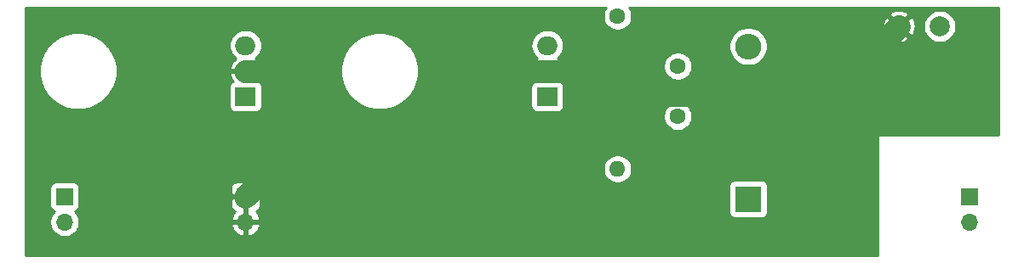
<source format=gbr>
%TF.GenerationSoftware,KiCad,Pcbnew,(5.1.10-1-10_14)*%
%TF.CreationDate,2022-02-01T15:02:41+11:00*%
%TF.ProjectId,EDUC-8 Crowbar,45445543-2d38-4204-9372-6f776261722e,rev?*%
%TF.SameCoordinates,Original*%
%TF.FileFunction,Copper,L1,Top*%
%TF.FilePolarity,Positive*%
%FSLAX46Y46*%
G04 Gerber Fmt 4.6, Leading zero omitted, Abs format (unit mm)*
G04 Created by KiCad (PCBNEW (5.1.10-1-10_14)) date 2022-02-01 15:02:41*
%MOMM*%
%LPD*%
G01*
G04 APERTURE LIST*
%TA.AperFunction,ComponentPad*%
%ADD10C,2.000000*%
%TD*%
%TA.AperFunction,ComponentPad*%
%ADD11O,2.000000X1.905000*%
%TD*%
%TA.AperFunction,ComponentPad*%
%ADD12R,2.000000X1.905000*%
%TD*%
%TA.AperFunction,ComponentPad*%
%ADD13O,1.600000X1.600000*%
%TD*%
%TA.AperFunction,ComponentPad*%
%ADD14C,1.600000*%
%TD*%
%TA.AperFunction,ComponentPad*%
%ADD15O,1.700000X1.700000*%
%TD*%
%TA.AperFunction,ComponentPad*%
%ADD16R,1.700000X1.700000*%
%TD*%
%TA.AperFunction,ComponentPad*%
%ADD17O,2.600000X2.600000*%
%TD*%
%TA.AperFunction,ComponentPad*%
%ADD18R,2.600000X2.600000*%
%TD*%
%TA.AperFunction,Conductor*%
%ADD19C,2.250000*%
%TD*%
%TA.AperFunction,Conductor*%
%ADD20C,0.254000*%
%TD*%
%TA.AperFunction,Conductor*%
%ADD21C,0.100000*%
%TD*%
G04 APERTURE END LIST*
D10*
%TO.P,J5,1*%
%TO.N,Net-(C1-Pad2)*%
X187050000Y-108000000D03*
%TD*%
%TO.P,J4,1*%
%TO.N,Net-(J2-Pad1)*%
X183000000Y-108000000D03*
%TD*%
D11*
%TO.P,Q2,3*%
%TO.N,Net-(C1-Pad1)*%
X148000000Y-109920000D03*
%TO.P,Q2,2*%
%TO.N,Net-(J2-Pad1)*%
X148000000Y-112460000D03*
D12*
%TO.P,Q2,1*%
%TO.N,Net-(C1-Pad2)*%
X148000000Y-115000000D03*
%TD*%
D13*
%TO.P,R1,2*%
%TO.N,Net-(C1-Pad2)*%
X155000000Y-122240000D03*
D14*
%TO.P,R1,1*%
%TO.N,Net-(C1-Pad1)*%
X155000000Y-107000000D03*
%TD*%
D11*
%TO.P,Q1,3*%
%TO.N,Net-(C1-Pad1)*%
X118000000Y-109920000D03*
%TO.P,Q1,2*%
%TO.N,Net-(J2-Pad1)*%
X118000000Y-112460000D03*
D12*
%TO.P,Q1,1*%
%TO.N,Net-(C1-Pad2)*%
X118000000Y-115000000D03*
%TD*%
D15*
%TO.P,J3,2*%
%TO.N,Net-(C1-Pad2)*%
X100000000Y-127540000D03*
D16*
%TO.P,J3,1*%
X100000000Y-125000000D03*
%TD*%
D15*
%TO.P,J2,2*%
%TO.N,Net-(J2-Pad1)*%
X118000000Y-127540000D03*
D16*
%TO.P,J2,1*%
X118000000Y-125000000D03*
%TD*%
D15*
%TO.P,J1,2*%
%TO.N,Net-(D1-Pad1)*%
X190000000Y-127540000D03*
D16*
%TO.P,J1,1*%
X190000000Y-125000000D03*
%TD*%
D17*
%TO.P,D1,2*%
%TO.N,Net-(C1-Pad1)*%
X168000000Y-110000000D03*
D18*
%TO.P,D1,1*%
%TO.N,Net-(D1-Pad1)*%
X168000000Y-125240000D03*
%TD*%
D14*
%TO.P,C1,2*%
%TO.N,Net-(C1-Pad2)*%
X161000000Y-117000000D03*
%TO.P,C1,1*%
%TO.N,Net-(C1-Pad1)*%
X161000000Y-112000000D03*
%TD*%
D19*
%TO.N,Net-(J2-Pad1)*%
X118000000Y-112460000D02*
X122460000Y-112460000D01*
X122460000Y-112460000D02*
X128000000Y-118000000D01*
X128000000Y-118000000D02*
X136000000Y-118000000D01*
X141540000Y-112460000D02*
X148000000Y-112460000D01*
X136000000Y-118000000D02*
X141540000Y-112460000D01*
X176125001Y-114874999D02*
X183000000Y-108000000D01*
X152212501Y-114874999D02*
X176125001Y-114874999D01*
X149797502Y-112460000D02*
X152212501Y-114874999D01*
X148000000Y-112460000D02*
X149797502Y-112460000D01*
X122460000Y-120540000D02*
X118000000Y-125000000D01*
X122460000Y-112460000D02*
X122460000Y-120540000D01*
%TD*%
D20*
%TO.N,Net-(J2-Pad1)*%
X153728320Y-106320273D02*
X153620147Y-106581426D01*
X153565000Y-106858665D01*
X153565000Y-107141335D01*
X153620147Y-107418574D01*
X153728320Y-107679727D01*
X153885363Y-107914759D01*
X154085241Y-108114637D01*
X154320273Y-108271680D01*
X154581426Y-108379853D01*
X154858665Y-108435000D01*
X155141335Y-108435000D01*
X155418574Y-108379853D01*
X155679727Y-108271680D01*
X155914759Y-108114637D01*
X155966801Y-108062595D01*
X181358282Y-108062595D01*
X181402039Y-108381675D01*
X181507205Y-108686088D01*
X181600186Y-108860044D01*
X181864587Y-108955808D01*
X182820395Y-108000000D01*
X183179605Y-108000000D01*
X184135413Y-108955808D01*
X184399814Y-108860044D01*
X184540704Y-108570429D01*
X184622384Y-108258892D01*
X184641718Y-107937405D01*
X184628219Y-107838967D01*
X185415000Y-107838967D01*
X185415000Y-108161033D01*
X185477832Y-108476912D01*
X185601082Y-108774463D01*
X185780013Y-109042252D01*
X186007748Y-109269987D01*
X186275537Y-109448918D01*
X186573088Y-109572168D01*
X186888967Y-109635000D01*
X187211033Y-109635000D01*
X187526912Y-109572168D01*
X187824463Y-109448918D01*
X188092252Y-109269987D01*
X188319987Y-109042252D01*
X188498918Y-108774463D01*
X188622168Y-108476912D01*
X188685000Y-108161033D01*
X188685000Y-107838967D01*
X188622168Y-107523088D01*
X188498918Y-107225537D01*
X188319987Y-106957748D01*
X188092252Y-106730013D01*
X187824463Y-106551082D01*
X187526912Y-106427832D01*
X187211033Y-106365000D01*
X186888967Y-106365000D01*
X186573088Y-106427832D01*
X186275537Y-106551082D01*
X186007748Y-106730013D01*
X185780013Y-106957748D01*
X185601082Y-107225537D01*
X185477832Y-107523088D01*
X185415000Y-107838967D01*
X184628219Y-107838967D01*
X184597961Y-107618325D01*
X184492795Y-107313912D01*
X184399814Y-107139956D01*
X184135413Y-107044192D01*
X183179605Y-108000000D01*
X182820395Y-108000000D01*
X181864587Y-107044192D01*
X181600186Y-107139956D01*
X181459296Y-107429571D01*
X181377616Y-107741108D01*
X181358282Y-108062595D01*
X155966801Y-108062595D01*
X156114637Y-107914759D01*
X156271680Y-107679727D01*
X156379853Y-107418574D01*
X156435000Y-107141335D01*
X156435000Y-106864587D01*
X182044192Y-106864587D01*
X183000000Y-107820395D01*
X183955808Y-106864587D01*
X183860044Y-106600186D01*
X183570429Y-106459296D01*
X183258892Y-106377616D01*
X182937405Y-106358282D01*
X182618325Y-106402039D01*
X182313912Y-106507205D01*
X182139956Y-106600186D01*
X182044192Y-106864587D01*
X156435000Y-106864587D01*
X156435000Y-106858665D01*
X156379853Y-106581426D01*
X156271680Y-106320273D01*
X156142539Y-106127000D01*
X192873000Y-106127000D01*
X192873000Y-118873000D01*
X181000000Y-118873000D01*
X180975224Y-118875440D01*
X180951399Y-118882667D01*
X180929443Y-118894403D01*
X180910197Y-118910197D01*
X180894403Y-118929443D01*
X180882667Y-118951399D01*
X180875440Y-118975224D01*
X180873000Y-119000000D01*
X180873000Y-130873000D01*
X96127000Y-130873000D01*
X96127000Y-124150000D01*
X98511928Y-124150000D01*
X98511928Y-125850000D01*
X98524188Y-125974482D01*
X98560498Y-126094180D01*
X98619463Y-126204494D01*
X98698815Y-126301185D01*
X98795506Y-126380537D01*
X98905820Y-126439502D01*
X98978380Y-126461513D01*
X98846525Y-126593368D01*
X98684010Y-126836589D01*
X98572068Y-127106842D01*
X98515000Y-127393740D01*
X98515000Y-127686260D01*
X98572068Y-127973158D01*
X98684010Y-128243411D01*
X98846525Y-128486632D01*
X99053368Y-128693475D01*
X99296589Y-128855990D01*
X99566842Y-128967932D01*
X99853740Y-129025000D01*
X100146260Y-129025000D01*
X100433158Y-128967932D01*
X100703411Y-128855990D01*
X100946632Y-128693475D01*
X101153475Y-128486632D01*
X101315990Y-128243411D01*
X101427932Y-127973158D01*
X101443102Y-127896891D01*
X116558519Y-127896891D01*
X116655843Y-128171252D01*
X116804822Y-128421355D01*
X116999731Y-128637588D01*
X117233080Y-128811641D01*
X117495901Y-128936825D01*
X117643110Y-128981476D01*
X117873000Y-128860155D01*
X117873000Y-127667000D01*
X118127000Y-127667000D01*
X118127000Y-128860155D01*
X118356890Y-128981476D01*
X118504099Y-128936825D01*
X118766920Y-128811641D01*
X119000269Y-128637588D01*
X119195178Y-128421355D01*
X119344157Y-128171252D01*
X119441481Y-127896891D01*
X119320814Y-127667000D01*
X118127000Y-127667000D01*
X117873000Y-127667000D01*
X116679186Y-127667000D01*
X116558519Y-127896891D01*
X101443102Y-127896891D01*
X101485000Y-127686260D01*
X101485000Y-127393740D01*
X101427932Y-127106842D01*
X101315990Y-126836589D01*
X101153475Y-126593368D01*
X101021620Y-126461513D01*
X101094180Y-126439502D01*
X101204494Y-126380537D01*
X101301185Y-126301185D01*
X101380537Y-126204494D01*
X101439502Y-126094180D01*
X101475812Y-125974482D01*
X101488072Y-125850000D01*
X116511928Y-125850000D01*
X116524188Y-125974482D01*
X116560498Y-126094180D01*
X116619463Y-126204494D01*
X116698815Y-126301185D01*
X116795506Y-126380537D01*
X116905820Y-126439502D01*
X116981626Y-126462498D01*
X116804822Y-126658645D01*
X116655843Y-126908748D01*
X116558519Y-127183109D01*
X116679186Y-127413000D01*
X117873000Y-127413000D01*
X117873000Y-125127000D01*
X118127000Y-125127000D01*
X118127000Y-127413000D01*
X119320814Y-127413000D01*
X119441481Y-127183109D01*
X119344157Y-126908748D01*
X119195178Y-126658645D01*
X119018374Y-126462498D01*
X119094180Y-126439502D01*
X119204494Y-126380537D01*
X119301185Y-126301185D01*
X119380537Y-126204494D01*
X119439502Y-126094180D01*
X119475812Y-125974482D01*
X119488072Y-125850000D01*
X119485000Y-125285750D01*
X119326250Y-125127000D01*
X118127000Y-125127000D01*
X117873000Y-125127000D01*
X116673750Y-125127000D01*
X116515000Y-125285750D01*
X116511928Y-125850000D01*
X101488072Y-125850000D01*
X101488072Y-124150000D01*
X116511928Y-124150000D01*
X116515000Y-124714250D01*
X116673750Y-124873000D01*
X117873000Y-124873000D01*
X117873000Y-123673750D01*
X118127000Y-123673750D01*
X118127000Y-124873000D01*
X119326250Y-124873000D01*
X119485000Y-124714250D01*
X119488072Y-124150000D01*
X119475812Y-124025518D01*
X119449871Y-123940000D01*
X166061928Y-123940000D01*
X166061928Y-126540000D01*
X166074188Y-126664482D01*
X166110498Y-126784180D01*
X166169463Y-126894494D01*
X166248815Y-126991185D01*
X166345506Y-127070537D01*
X166455820Y-127129502D01*
X166575518Y-127165812D01*
X166700000Y-127178072D01*
X169300000Y-127178072D01*
X169424482Y-127165812D01*
X169544180Y-127129502D01*
X169654494Y-127070537D01*
X169751185Y-126991185D01*
X169830537Y-126894494D01*
X169889502Y-126784180D01*
X169925812Y-126664482D01*
X169938072Y-126540000D01*
X169938072Y-123940000D01*
X169925812Y-123815518D01*
X169889502Y-123695820D01*
X169830537Y-123585506D01*
X169751185Y-123488815D01*
X169654494Y-123409463D01*
X169544180Y-123350498D01*
X169424482Y-123314188D01*
X169300000Y-123301928D01*
X166700000Y-123301928D01*
X166575518Y-123314188D01*
X166455820Y-123350498D01*
X166345506Y-123409463D01*
X166248815Y-123488815D01*
X166169463Y-123585506D01*
X166110498Y-123695820D01*
X166074188Y-123815518D01*
X166061928Y-123940000D01*
X119449871Y-123940000D01*
X119439502Y-123905820D01*
X119380537Y-123795506D01*
X119301185Y-123698815D01*
X119204494Y-123619463D01*
X119094180Y-123560498D01*
X118974482Y-123524188D01*
X118850000Y-123511928D01*
X118285750Y-123515000D01*
X118127000Y-123673750D01*
X117873000Y-123673750D01*
X117714250Y-123515000D01*
X117150000Y-123511928D01*
X117025518Y-123524188D01*
X116905820Y-123560498D01*
X116795506Y-123619463D01*
X116698815Y-123698815D01*
X116619463Y-123795506D01*
X116560498Y-123905820D01*
X116524188Y-124025518D01*
X116511928Y-124150000D01*
X101488072Y-124150000D01*
X101475812Y-124025518D01*
X101439502Y-123905820D01*
X101380537Y-123795506D01*
X101301185Y-123698815D01*
X101204494Y-123619463D01*
X101094180Y-123560498D01*
X100974482Y-123524188D01*
X100850000Y-123511928D01*
X99150000Y-123511928D01*
X99025518Y-123524188D01*
X98905820Y-123560498D01*
X98795506Y-123619463D01*
X98698815Y-123698815D01*
X98619463Y-123795506D01*
X98560498Y-123905820D01*
X98524188Y-124025518D01*
X98511928Y-124150000D01*
X96127000Y-124150000D01*
X96127000Y-122098665D01*
X153565000Y-122098665D01*
X153565000Y-122381335D01*
X153620147Y-122658574D01*
X153728320Y-122919727D01*
X153885363Y-123154759D01*
X154085241Y-123354637D01*
X154320273Y-123511680D01*
X154581426Y-123619853D01*
X154858665Y-123675000D01*
X155141335Y-123675000D01*
X155418574Y-123619853D01*
X155679727Y-123511680D01*
X155914759Y-123354637D01*
X156114637Y-123154759D01*
X156271680Y-122919727D01*
X156379853Y-122658574D01*
X156435000Y-122381335D01*
X156435000Y-122098665D01*
X156379853Y-121821426D01*
X156271680Y-121560273D01*
X156114637Y-121325241D01*
X155914759Y-121125363D01*
X155679727Y-120968320D01*
X155418574Y-120860147D01*
X155141335Y-120805000D01*
X154858665Y-120805000D01*
X154581426Y-120860147D01*
X154320273Y-120968320D01*
X154085241Y-121125363D01*
X153885363Y-121325241D01*
X153728320Y-121560273D01*
X153620147Y-121821426D01*
X153565000Y-122098665D01*
X96127000Y-122098665D01*
X96127000Y-116858665D01*
X159565000Y-116858665D01*
X159565000Y-117141335D01*
X159620147Y-117418574D01*
X159728320Y-117679727D01*
X159885363Y-117914759D01*
X160085241Y-118114637D01*
X160320273Y-118271680D01*
X160581426Y-118379853D01*
X160858665Y-118435000D01*
X161141335Y-118435000D01*
X161418574Y-118379853D01*
X161679727Y-118271680D01*
X161914759Y-118114637D01*
X162114637Y-117914759D01*
X162271680Y-117679727D01*
X162379853Y-117418574D01*
X162435000Y-117141335D01*
X162435000Y-116858665D01*
X162379853Y-116581426D01*
X162271680Y-116320273D01*
X162114637Y-116085241D01*
X161914759Y-115885363D01*
X161679727Y-115728320D01*
X161418574Y-115620147D01*
X161141335Y-115565000D01*
X160858665Y-115565000D01*
X160581426Y-115620147D01*
X160320273Y-115728320D01*
X160085241Y-115885363D01*
X159885363Y-116085241D01*
X159728320Y-116320273D01*
X159620147Y-116581426D01*
X159565000Y-116858665D01*
X96127000Y-116858665D01*
X96127000Y-112078149D01*
X97463000Y-112078149D01*
X97463000Y-112841851D01*
X97611991Y-113590879D01*
X97904247Y-114296448D01*
X98328538Y-114931443D01*
X98868557Y-115471462D01*
X99503552Y-115895753D01*
X100209121Y-116188009D01*
X100958149Y-116337000D01*
X101721851Y-116337000D01*
X102470879Y-116188009D01*
X103176448Y-115895753D01*
X103811443Y-115471462D01*
X104351462Y-114931443D01*
X104775753Y-114296448D01*
X104878870Y-114047500D01*
X116361928Y-114047500D01*
X116361928Y-115952500D01*
X116374188Y-116076982D01*
X116410498Y-116196680D01*
X116469463Y-116306994D01*
X116548815Y-116403685D01*
X116645506Y-116483037D01*
X116755820Y-116542002D01*
X116875518Y-116578312D01*
X117000000Y-116590572D01*
X119000000Y-116590572D01*
X119124482Y-116578312D01*
X119244180Y-116542002D01*
X119354494Y-116483037D01*
X119451185Y-116403685D01*
X119530537Y-116306994D01*
X119589502Y-116196680D01*
X119625812Y-116076982D01*
X119638072Y-115952500D01*
X119638072Y-114047500D01*
X119625812Y-113923018D01*
X119589502Y-113803320D01*
X119530537Y-113693006D01*
X119451185Y-113596315D01*
X119354494Y-113516963D01*
X119262781Y-113467941D01*
X119375969Y-113326923D01*
X119519571Y-113051094D01*
X119590563Y-112832980D01*
X119470594Y-112587000D01*
X118127000Y-112587000D01*
X118127000Y-112607000D01*
X117873000Y-112607000D01*
X117873000Y-112587000D01*
X116529406Y-112587000D01*
X116409437Y-112832980D01*
X116480429Y-113051094D01*
X116624031Y-113326923D01*
X116737219Y-113467941D01*
X116645506Y-113516963D01*
X116548815Y-113596315D01*
X116469463Y-113693006D01*
X116410498Y-113803320D01*
X116374188Y-113923018D01*
X116361928Y-114047500D01*
X104878870Y-114047500D01*
X105068009Y-113590879D01*
X105217000Y-112841851D01*
X105217000Y-112078149D01*
X105068009Y-111329121D01*
X104775753Y-110623552D01*
X104351462Y-109988557D01*
X104282905Y-109920000D01*
X116357319Y-109920000D01*
X116387970Y-110231204D01*
X116478745Y-110530449D01*
X116626155Y-110806235D01*
X116824537Y-111047963D01*
X117003899Y-111195163D01*
X116818685Y-111350563D01*
X116624031Y-111593077D01*
X116480429Y-111868906D01*
X116409437Y-112087020D01*
X116529406Y-112333000D01*
X117873000Y-112333000D01*
X117873000Y-112313000D01*
X118127000Y-112313000D01*
X118127000Y-112333000D01*
X119470594Y-112333000D01*
X119590563Y-112087020D01*
X119587676Y-112078149D01*
X127463000Y-112078149D01*
X127463000Y-112841851D01*
X127611991Y-113590879D01*
X127904247Y-114296448D01*
X128328538Y-114931443D01*
X128868557Y-115471462D01*
X129503552Y-115895753D01*
X130209121Y-116188009D01*
X130958149Y-116337000D01*
X131721851Y-116337000D01*
X132470879Y-116188009D01*
X133176448Y-115895753D01*
X133811443Y-115471462D01*
X134351462Y-114931443D01*
X134775753Y-114296448D01*
X134878870Y-114047500D01*
X146361928Y-114047500D01*
X146361928Y-115952500D01*
X146374188Y-116076982D01*
X146410498Y-116196680D01*
X146469463Y-116306994D01*
X146548815Y-116403685D01*
X146645506Y-116483037D01*
X146755820Y-116542002D01*
X146875518Y-116578312D01*
X147000000Y-116590572D01*
X149000000Y-116590572D01*
X149124482Y-116578312D01*
X149244180Y-116542002D01*
X149354494Y-116483037D01*
X149451185Y-116403685D01*
X149530537Y-116306994D01*
X149589502Y-116196680D01*
X149625812Y-116076982D01*
X149638072Y-115952500D01*
X149638072Y-114047500D01*
X149625812Y-113923018D01*
X149589502Y-113803320D01*
X149530537Y-113693006D01*
X149451185Y-113596315D01*
X149354494Y-113516963D01*
X149262781Y-113467941D01*
X149375969Y-113326923D01*
X149519571Y-113051094D01*
X149590563Y-112832980D01*
X149470594Y-112587000D01*
X148127000Y-112587000D01*
X148127000Y-112607000D01*
X147873000Y-112607000D01*
X147873000Y-112587000D01*
X146529406Y-112587000D01*
X146409437Y-112832980D01*
X146480429Y-113051094D01*
X146624031Y-113326923D01*
X146737219Y-113467941D01*
X146645506Y-113516963D01*
X146548815Y-113596315D01*
X146469463Y-113693006D01*
X146410498Y-113803320D01*
X146374188Y-113923018D01*
X146361928Y-114047500D01*
X134878870Y-114047500D01*
X135068009Y-113590879D01*
X135217000Y-112841851D01*
X135217000Y-112078149D01*
X135068009Y-111329121D01*
X134775753Y-110623552D01*
X134351462Y-109988557D01*
X134282905Y-109920000D01*
X146357319Y-109920000D01*
X146387970Y-110231204D01*
X146478745Y-110530449D01*
X146626155Y-110806235D01*
X146824537Y-111047963D01*
X147003899Y-111195163D01*
X146818685Y-111350563D01*
X146624031Y-111593077D01*
X146480429Y-111868906D01*
X146409437Y-112087020D01*
X146529406Y-112333000D01*
X147873000Y-112333000D01*
X147873000Y-112313000D01*
X148127000Y-112313000D01*
X148127000Y-112333000D01*
X149470594Y-112333000D01*
X149590563Y-112087020D01*
X149519571Y-111868906D01*
X149514240Y-111858665D01*
X159565000Y-111858665D01*
X159565000Y-112141335D01*
X159620147Y-112418574D01*
X159728320Y-112679727D01*
X159885363Y-112914759D01*
X160085241Y-113114637D01*
X160320273Y-113271680D01*
X160581426Y-113379853D01*
X160858665Y-113435000D01*
X161141335Y-113435000D01*
X161418574Y-113379853D01*
X161679727Y-113271680D01*
X161914759Y-113114637D01*
X162114637Y-112914759D01*
X162271680Y-112679727D01*
X162379853Y-112418574D01*
X162435000Y-112141335D01*
X162435000Y-111858665D01*
X162379853Y-111581426D01*
X162271680Y-111320273D01*
X162114637Y-111085241D01*
X161914759Y-110885363D01*
X161679727Y-110728320D01*
X161418574Y-110620147D01*
X161141335Y-110565000D01*
X160858665Y-110565000D01*
X160581426Y-110620147D01*
X160320273Y-110728320D01*
X160085241Y-110885363D01*
X159885363Y-111085241D01*
X159728320Y-111320273D01*
X159620147Y-111581426D01*
X159565000Y-111858665D01*
X149514240Y-111858665D01*
X149375969Y-111593077D01*
X149181315Y-111350563D01*
X148996101Y-111195163D01*
X149175463Y-111047963D01*
X149373845Y-110806235D01*
X149521255Y-110530449D01*
X149612030Y-110231204D01*
X149642681Y-109920000D01*
X149631790Y-109809419D01*
X166065000Y-109809419D01*
X166065000Y-110190581D01*
X166139361Y-110564419D01*
X166285225Y-110916566D01*
X166496987Y-111233491D01*
X166766509Y-111503013D01*
X167083434Y-111714775D01*
X167435581Y-111860639D01*
X167809419Y-111935000D01*
X168190581Y-111935000D01*
X168564419Y-111860639D01*
X168916566Y-111714775D01*
X169233491Y-111503013D01*
X169503013Y-111233491D01*
X169714775Y-110916566D01*
X169860639Y-110564419D01*
X169935000Y-110190581D01*
X169935000Y-109809419D01*
X169860639Y-109435581D01*
X169736306Y-109135413D01*
X182044192Y-109135413D01*
X182139956Y-109399814D01*
X182429571Y-109540704D01*
X182741108Y-109622384D01*
X183062595Y-109641718D01*
X183381675Y-109597961D01*
X183686088Y-109492795D01*
X183860044Y-109399814D01*
X183955808Y-109135413D01*
X183000000Y-108179605D01*
X182044192Y-109135413D01*
X169736306Y-109135413D01*
X169714775Y-109083434D01*
X169503013Y-108766509D01*
X169233491Y-108496987D01*
X168916566Y-108285225D01*
X168564419Y-108139361D01*
X168190581Y-108065000D01*
X167809419Y-108065000D01*
X167435581Y-108139361D01*
X167083434Y-108285225D01*
X166766509Y-108496987D01*
X166496987Y-108766509D01*
X166285225Y-109083434D01*
X166139361Y-109435581D01*
X166065000Y-109809419D01*
X149631790Y-109809419D01*
X149612030Y-109608796D01*
X149521255Y-109309551D01*
X149373845Y-109033765D01*
X149175463Y-108792037D01*
X148933735Y-108593655D01*
X148657949Y-108446245D01*
X148358704Y-108355470D01*
X148125486Y-108332500D01*
X147874514Y-108332500D01*
X147641296Y-108355470D01*
X147342051Y-108446245D01*
X147066265Y-108593655D01*
X146824537Y-108792037D01*
X146626155Y-109033765D01*
X146478745Y-109309551D01*
X146387970Y-109608796D01*
X146357319Y-109920000D01*
X134282905Y-109920000D01*
X133811443Y-109448538D01*
X133176448Y-109024247D01*
X132470879Y-108731991D01*
X131721851Y-108583000D01*
X130958149Y-108583000D01*
X130209121Y-108731991D01*
X129503552Y-109024247D01*
X128868557Y-109448538D01*
X128328538Y-109988557D01*
X127904247Y-110623552D01*
X127611991Y-111329121D01*
X127463000Y-112078149D01*
X119587676Y-112078149D01*
X119519571Y-111868906D01*
X119375969Y-111593077D01*
X119181315Y-111350563D01*
X118996101Y-111195163D01*
X119175463Y-111047963D01*
X119373845Y-110806235D01*
X119521255Y-110530449D01*
X119612030Y-110231204D01*
X119642681Y-109920000D01*
X119612030Y-109608796D01*
X119521255Y-109309551D01*
X119373845Y-109033765D01*
X119175463Y-108792037D01*
X118933735Y-108593655D01*
X118657949Y-108446245D01*
X118358704Y-108355470D01*
X118125486Y-108332500D01*
X117874514Y-108332500D01*
X117641296Y-108355470D01*
X117342051Y-108446245D01*
X117066265Y-108593655D01*
X116824537Y-108792037D01*
X116626155Y-109033765D01*
X116478745Y-109309551D01*
X116387970Y-109608796D01*
X116357319Y-109920000D01*
X104282905Y-109920000D01*
X103811443Y-109448538D01*
X103176448Y-109024247D01*
X102470879Y-108731991D01*
X101721851Y-108583000D01*
X100958149Y-108583000D01*
X100209121Y-108731991D01*
X99503552Y-109024247D01*
X98868557Y-109448538D01*
X98328538Y-109988557D01*
X97904247Y-110623552D01*
X97611991Y-111329121D01*
X97463000Y-112078149D01*
X96127000Y-112078149D01*
X96127000Y-106127000D01*
X153857461Y-106127000D01*
X153728320Y-106320273D01*
%TA.AperFunction,Conductor*%
D21*
G36*
X153728320Y-106320273D02*
G01*
X153620147Y-106581426D01*
X153565000Y-106858665D01*
X153565000Y-107141335D01*
X153620147Y-107418574D01*
X153728320Y-107679727D01*
X153885363Y-107914759D01*
X154085241Y-108114637D01*
X154320273Y-108271680D01*
X154581426Y-108379853D01*
X154858665Y-108435000D01*
X155141335Y-108435000D01*
X155418574Y-108379853D01*
X155679727Y-108271680D01*
X155914759Y-108114637D01*
X155966801Y-108062595D01*
X181358282Y-108062595D01*
X181402039Y-108381675D01*
X181507205Y-108686088D01*
X181600186Y-108860044D01*
X181864587Y-108955808D01*
X182820395Y-108000000D01*
X183179605Y-108000000D01*
X184135413Y-108955808D01*
X184399814Y-108860044D01*
X184540704Y-108570429D01*
X184622384Y-108258892D01*
X184641718Y-107937405D01*
X184628219Y-107838967D01*
X185415000Y-107838967D01*
X185415000Y-108161033D01*
X185477832Y-108476912D01*
X185601082Y-108774463D01*
X185780013Y-109042252D01*
X186007748Y-109269987D01*
X186275537Y-109448918D01*
X186573088Y-109572168D01*
X186888967Y-109635000D01*
X187211033Y-109635000D01*
X187526912Y-109572168D01*
X187824463Y-109448918D01*
X188092252Y-109269987D01*
X188319987Y-109042252D01*
X188498918Y-108774463D01*
X188622168Y-108476912D01*
X188685000Y-108161033D01*
X188685000Y-107838967D01*
X188622168Y-107523088D01*
X188498918Y-107225537D01*
X188319987Y-106957748D01*
X188092252Y-106730013D01*
X187824463Y-106551082D01*
X187526912Y-106427832D01*
X187211033Y-106365000D01*
X186888967Y-106365000D01*
X186573088Y-106427832D01*
X186275537Y-106551082D01*
X186007748Y-106730013D01*
X185780013Y-106957748D01*
X185601082Y-107225537D01*
X185477832Y-107523088D01*
X185415000Y-107838967D01*
X184628219Y-107838967D01*
X184597961Y-107618325D01*
X184492795Y-107313912D01*
X184399814Y-107139956D01*
X184135413Y-107044192D01*
X183179605Y-108000000D01*
X182820395Y-108000000D01*
X181864587Y-107044192D01*
X181600186Y-107139956D01*
X181459296Y-107429571D01*
X181377616Y-107741108D01*
X181358282Y-108062595D01*
X155966801Y-108062595D01*
X156114637Y-107914759D01*
X156271680Y-107679727D01*
X156379853Y-107418574D01*
X156435000Y-107141335D01*
X156435000Y-106864587D01*
X182044192Y-106864587D01*
X183000000Y-107820395D01*
X183955808Y-106864587D01*
X183860044Y-106600186D01*
X183570429Y-106459296D01*
X183258892Y-106377616D01*
X182937405Y-106358282D01*
X182618325Y-106402039D01*
X182313912Y-106507205D01*
X182139956Y-106600186D01*
X182044192Y-106864587D01*
X156435000Y-106864587D01*
X156435000Y-106858665D01*
X156379853Y-106581426D01*
X156271680Y-106320273D01*
X156142539Y-106127000D01*
X192873000Y-106127000D01*
X192873000Y-118873000D01*
X181000000Y-118873000D01*
X180975224Y-118875440D01*
X180951399Y-118882667D01*
X180929443Y-118894403D01*
X180910197Y-118910197D01*
X180894403Y-118929443D01*
X180882667Y-118951399D01*
X180875440Y-118975224D01*
X180873000Y-119000000D01*
X180873000Y-130873000D01*
X96127000Y-130873000D01*
X96127000Y-124150000D01*
X98511928Y-124150000D01*
X98511928Y-125850000D01*
X98524188Y-125974482D01*
X98560498Y-126094180D01*
X98619463Y-126204494D01*
X98698815Y-126301185D01*
X98795506Y-126380537D01*
X98905820Y-126439502D01*
X98978380Y-126461513D01*
X98846525Y-126593368D01*
X98684010Y-126836589D01*
X98572068Y-127106842D01*
X98515000Y-127393740D01*
X98515000Y-127686260D01*
X98572068Y-127973158D01*
X98684010Y-128243411D01*
X98846525Y-128486632D01*
X99053368Y-128693475D01*
X99296589Y-128855990D01*
X99566842Y-128967932D01*
X99853740Y-129025000D01*
X100146260Y-129025000D01*
X100433158Y-128967932D01*
X100703411Y-128855990D01*
X100946632Y-128693475D01*
X101153475Y-128486632D01*
X101315990Y-128243411D01*
X101427932Y-127973158D01*
X101443102Y-127896891D01*
X116558519Y-127896891D01*
X116655843Y-128171252D01*
X116804822Y-128421355D01*
X116999731Y-128637588D01*
X117233080Y-128811641D01*
X117495901Y-128936825D01*
X117643110Y-128981476D01*
X117873000Y-128860155D01*
X117873000Y-127667000D01*
X118127000Y-127667000D01*
X118127000Y-128860155D01*
X118356890Y-128981476D01*
X118504099Y-128936825D01*
X118766920Y-128811641D01*
X119000269Y-128637588D01*
X119195178Y-128421355D01*
X119344157Y-128171252D01*
X119441481Y-127896891D01*
X119320814Y-127667000D01*
X118127000Y-127667000D01*
X117873000Y-127667000D01*
X116679186Y-127667000D01*
X116558519Y-127896891D01*
X101443102Y-127896891D01*
X101485000Y-127686260D01*
X101485000Y-127393740D01*
X101427932Y-127106842D01*
X101315990Y-126836589D01*
X101153475Y-126593368D01*
X101021620Y-126461513D01*
X101094180Y-126439502D01*
X101204494Y-126380537D01*
X101301185Y-126301185D01*
X101380537Y-126204494D01*
X101439502Y-126094180D01*
X101475812Y-125974482D01*
X101488072Y-125850000D01*
X116511928Y-125850000D01*
X116524188Y-125974482D01*
X116560498Y-126094180D01*
X116619463Y-126204494D01*
X116698815Y-126301185D01*
X116795506Y-126380537D01*
X116905820Y-126439502D01*
X116981626Y-126462498D01*
X116804822Y-126658645D01*
X116655843Y-126908748D01*
X116558519Y-127183109D01*
X116679186Y-127413000D01*
X117873000Y-127413000D01*
X117873000Y-125127000D01*
X118127000Y-125127000D01*
X118127000Y-127413000D01*
X119320814Y-127413000D01*
X119441481Y-127183109D01*
X119344157Y-126908748D01*
X119195178Y-126658645D01*
X119018374Y-126462498D01*
X119094180Y-126439502D01*
X119204494Y-126380537D01*
X119301185Y-126301185D01*
X119380537Y-126204494D01*
X119439502Y-126094180D01*
X119475812Y-125974482D01*
X119488072Y-125850000D01*
X119485000Y-125285750D01*
X119326250Y-125127000D01*
X118127000Y-125127000D01*
X117873000Y-125127000D01*
X116673750Y-125127000D01*
X116515000Y-125285750D01*
X116511928Y-125850000D01*
X101488072Y-125850000D01*
X101488072Y-124150000D01*
X116511928Y-124150000D01*
X116515000Y-124714250D01*
X116673750Y-124873000D01*
X117873000Y-124873000D01*
X117873000Y-123673750D01*
X118127000Y-123673750D01*
X118127000Y-124873000D01*
X119326250Y-124873000D01*
X119485000Y-124714250D01*
X119488072Y-124150000D01*
X119475812Y-124025518D01*
X119449871Y-123940000D01*
X166061928Y-123940000D01*
X166061928Y-126540000D01*
X166074188Y-126664482D01*
X166110498Y-126784180D01*
X166169463Y-126894494D01*
X166248815Y-126991185D01*
X166345506Y-127070537D01*
X166455820Y-127129502D01*
X166575518Y-127165812D01*
X166700000Y-127178072D01*
X169300000Y-127178072D01*
X169424482Y-127165812D01*
X169544180Y-127129502D01*
X169654494Y-127070537D01*
X169751185Y-126991185D01*
X169830537Y-126894494D01*
X169889502Y-126784180D01*
X169925812Y-126664482D01*
X169938072Y-126540000D01*
X169938072Y-123940000D01*
X169925812Y-123815518D01*
X169889502Y-123695820D01*
X169830537Y-123585506D01*
X169751185Y-123488815D01*
X169654494Y-123409463D01*
X169544180Y-123350498D01*
X169424482Y-123314188D01*
X169300000Y-123301928D01*
X166700000Y-123301928D01*
X166575518Y-123314188D01*
X166455820Y-123350498D01*
X166345506Y-123409463D01*
X166248815Y-123488815D01*
X166169463Y-123585506D01*
X166110498Y-123695820D01*
X166074188Y-123815518D01*
X166061928Y-123940000D01*
X119449871Y-123940000D01*
X119439502Y-123905820D01*
X119380537Y-123795506D01*
X119301185Y-123698815D01*
X119204494Y-123619463D01*
X119094180Y-123560498D01*
X118974482Y-123524188D01*
X118850000Y-123511928D01*
X118285750Y-123515000D01*
X118127000Y-123673750D01*
X117873000Y-123673750D01*
X117714250Y-123515000D01*
X117150000Y-123511928D01*
X117025518Y-123524188D01*
X116905820Y-123560498D01*
X116795506Y-123619463D01*
X116698815Y-123698815D01*
X116619463Y-123795506D01*
X116560498Y-123905820D01*
X116524188Y-124025518D01*
X116511928Y-124150000D01*
X101488072Y-124150000D01*
X101475812Y-124025518D01*
X101439502Y-123905820D01*
X101380537Y-123795506D01*
X101301185Y-123698815D01*
X101204494Y-123619463D01*
X101094180Y-123560498D01*
X100974482Y-123524188D01*
X100850000Y-123511928D01*
X99150000Y-123511928D01*
X99025518Y-123524188D01*
X98905820Y-123560498D01*
X98795506Y-123619463D01*
X98698815Y-123698815D01*
X98619463Y-123795506D01*
X98560498Y-123905820D01*
X98524188Y-124025518D01*
X98511928Y-124150000D01*
X96127000Y-124150000D01*
X96127000Y-122098665D01*
X153565000Y-122098665D01*
X153565000Y-122381335D01*
X153620147Y-122658574D01*
X153728320Y-122919727D01*
X153885363Y-123154759D01*
X154085241Y-123354637D01*
X154320273Y-123511680D01*
X154581426Y-123619853D01*
X154858665Y-123675000D01*
X155141335Y-123675000D01*
X155418574Y-123619853D01*
X155679727Y-123511680D01*
X155914759Y-123354637D01*
X156114637Y-123154759D01*
X156271680Y-122919727D01*
X156379853Y-122658574D01*
X156435000Y-122381335D01*
X156435000Y-122098665D01*
X156379853Y-121821426D01*
X156271680Y-121560273D01*
X156114637Y-121325241D01*
X155914759Y-121125363D01*
X155679727Y-120968320D01*
X155418574Y-120860147D01*
X155141335Y-120805000D01*
X154858665Y-120805000D01*
X154581426Y-120860147D01*
X154320273Y-120968320D01*
X154085241Y-121125363D01*
X153885363Y-121325241D01*
X153728320Y-121560273D01*
X153620147Y-121821426D01*
X153565000Y-122098665D01*
X96127000Y-122098665D01*
X96127000Y-116858665D01*
X159565000Y-116858665D01*
X159565000Y-117141335D01*
X159620147Y-117418574D01*
X159728320Y-117679727D01*
X159885363Y-117914759D01*
X160085241Y-118114637D01*
X160320273Y-118271680D01*
X160581426Y-118379853D01*
X160858665Y-118435000D01*
X161141335Y-118435000D01*
X161418574Y-118379853D01*
X161679727Y-118271680D01*
X161914759Y-118114637D01*
X162114637Y-117914759D01*
X162271680Y-117679727D01*
X162379853Y-117418574D01*
X162435000Y-117141335D01*
X162435000Y-116858665D01*
X162379853Y-116581426D01*
X162271680Y-116320273D01*
X162114637Y-116085241D01*
X161914759Y-115885363D01*
X161679727Y-115728320D01*
X161418574Y-115620147D01*
X161141335Y-115565000D01*
X160858665Y-115565000D01*
X160581426Y-115620147D01*
X160320273Y-115728320D01*
X160085241Y-115885363D01*
X159885363Y-116085241D01*
X159728320Y-116320273D01*
X159620147Y-116581426D01*
X159565000Y-116858665D01*
X96127000Y-116858665D01*
X96127000Y-112078149D01*
X97463000Y-112078149D01*
X97463000Y-112841851D01*
X97611991Y-113590879D01*
X97904247Y-114296448D01*
X98328538Y-114931443D01*
X98868557Y-115471462D01*
X99503552Y-115895753D01*
X100209121Y-116188009D01*
X100958149Y-116337000D01*
X101721851Y-116337000D01*
X102470879Y-116188009D01*
X103176448Y-115895753D01*
X103811443Y-115471462D01*
X104351462Y-114931443D01*
X104775753Y-114296448D01*
X104878870Y-114047500D01*
X116361928Y-114047500D01*
X116361928Y-115952500D01*
X116374188Y-116076982D01*
X116410498Y-116196680D01*
X116469463Y-116306994D01*
X116548815Y-116403685D01*
X116645506Y-116483037D01*
X116755820Y-116542002D01*
X116875518Y-116578312D01*
X117000000Y-116590572D01*
X119000000Y-116590572D01*
X119124482Y-116578312D01*
X119244180Y-116542002D01*
X119354494Y-116483037D01*
X119451185Y-116403685D01*
X119530537Y-116306994D01*
X119589502Y-116196680D01*
X119625812Y-116076982D01*
X119638072Y-115952500D01*
X119638072Y-114047500D01*
X119625812Y-113923018D01*
X119589502Y-113803320D01*
X119530537Y-113693006D01*
X119451185Y-113596315D01*
X119354494Y-113516963D01*
X119262781Y-113467941D01*
X119375969Y-113326923D01*
X119519571Y-113051094D01*
X119590563Y-112832980D01*
X119470594Y-112587000D01*
X118127000Y-112587000D01*
X118127000Y-112607000D01*
X117873000Y-112607000D01*
X117873000Y-112587000D01*
X116529406Y-112587000D01*
X116409437Y-112832980D01*
X116480429Y-113051094D01*
X116624031Y-113326923D01*
X116737219Y-113467941D01*
X116645506Y-113516963D01*
X116548815Y-113596315D01*
X116469463Y-113693006D01*
X116410498Y-113803320D01*
X116374188Y-113923018D01*
X116361928Y-114047500D01*
X104878870Y-114047500D01*
X105068009Y-113590879D01*
X105217000Y-112841851D01*
X105217000Y-112078149D01*
X105068009Y-111329121D01*
X104775753Y-110623552D01*
X104351462Y-109988557D01*
X104282905Y-109920000D01*
X116357319Y-109920000D01*
X116387970Y-110231204D01*
X116478745Y-110530449D01*
X116626155Y-110806235D01*
X116824537Y-111047963D01*
X117003899Y-111195163D01*
X116818685Y-111350563D01*
X116624031Y-111593077D01*
X116480429Y-111868906D01*
X116409437Y-112087020D01*
X116529406Y-112333000D01*
X117873000Y-112333000D01*
X117873000Y-112313000D01*
X118127000Y-112313000D01*
X118127000Y-112333000D01*
X119470594Y-112333000D01*
X119590563Y-112087020D01*
X119587676Y-112078149D01*
X127463000Y-112078149D01*
X127463000Y-112841851D01*
X127611991Y-113590879D01*
X127904247Y-114296448D01*
X128328538Y-114931443D01*
X128868557Y-115471462D01*
X129503552Y-115895753D01*
X130209121Y-116188009D01*
X130958149Y-116337000D01*
X131721851Y-116337000D01*
X132470879Y-116188009D01*
X133176448Y-115895753D01*
X133811443Y-115471462D01*
X134351462Y-114931443D01*
X134775753Y-114296448D01*
X134878870Y-114047500D01*
X146361928Y-114047500D01*
X146361928Y-115952500D01*
X146374188Y-116076982D01*
X146410498Y-116196680D01*
X146469463Y-116306994D01*
X146548815Y-116403685D01*
X146645506Y-116483037D01*
X146755820Y-116542002D01*
X146875518Y-116578312D01*
X147000000Y-116590572D01*
X149000000Y-116590572D01*
X149124482Y-116578312D01*
X149244180Y-116542002D01*
X149354494Y-116483037D01*
X149451185Y-116403685D01*
X149530537Y-116306994D01*
X149589502Y-116196680D01*
X149625812Y-116076982D01*
X149638072Y-115952500D01*
X149638072Y-114047500D01*
X149625812Y-113923018D01*
X149589502Y-113803320D01*
X149530537Y-113693006D01*
X149451185Y-113596315D01*
X149354494Y-113516963D01*
X149262781Y-113467941D01*
X149375969Y-113326923D01*
X149519571Y-113051094D01*
X149590563Y-112832980D01*
X149470594Y-112587000D01*
X148127000Y-112587000D01*
X148127000Y-112607000D01*
X147873000Y-112607000D01*
X147873000Y-112587000D01*
X146529406Y-112587000D01*
X146409437Y-112832980D01*
X146480429Y-113051094D01*
X146624031Y-113326923D01*
X146737219Y-113467941D01*
X146645506Y-113516963D01*
X146548815Y-113596315D01*
X146469463Y-113693006D01*
X146410498Y-113803320D01*
X146374188Y-113923018D01*
X146361928Y-114047500D01*
X134878870Y-114047500D01*
X135068009Y-113590879D01*
X135217000Y-112841851D01*
X135217000Y-112078149D01*
X135068009Y-111329121D01*
X134775753Y-110623552D01*
X134351462Y-109988557D01*
X134282905Y-109920000D01*
X146357319Y-109920000D01*
X146387970Y-110231204D01*
X146478745Y-110530449D01*
X146626155Y-110806235D01*
X146824537Y-111047963D01*
X147003899Y-111195163D01*
X146818685Y-111350563D01*
X146624031Y-111593077D01*
X146480429Y-111868906D01*
X146409437Y-112087020D01*
X146529406Y-112333000D01*
X147873000Y-112333000D01*
X147873000Y-112313000D01*
X148127000Y-112313000D01*
X148127000Y-112333000D01*
X149470594Y-112333000D01*
X149590563Y-112087020D01*
X149519571Y-111868906D01*
X149514240Y-111858665D01*
X159565000Y-111858665D01*
X159565000Y-112141335D01*
X159620147Y-112418574D01*
X159728320Y-112679727D01*
X159885363Y-112914759D01*
X160085241Y-113114637D01*
X160320273Y-113271680D01*
X160581426Y-113379853D01*
X160858665Y-113435000D01*
X161141335Y-113435000D01*
X161418574Y-113379853D01*
X161679727Y-113271680D01*
X161914759Y-113114637D01*
X162114637Y-112914759D01*
X162271680Y-112679727D01*
X162379853Y-112418574D01*
X162435000Y-112141335D01*
X162435000Y-111858665D01*
X162379853Y-111581426D01*
X162271680Y-111320273D01*
X162114637Y-111085241D01*
X161914759Y-110885363D01*
X161679727Y-110728320D01*
X161418574Y-110620147D01*
X161141335Y-110565000D01*
X160858665Y-110565000D01*
X160581426Y-110620147D01*
X160320273Y-110728320D01*
X160085241Y-110885363D01*
X159885363Y-111085241D01*
X159728320Y-111320273D01*
X159620147Y-111581426D01*
X159565000Y-111858665D01*
X149514240Y-111858665D01*
X149375969Y-111593077D01*
X149181315Y-111350563D01*
X148996101Y-111195163D01*
X149175463Y-111047963D01*
X149373845Y-110806235D01*
X149521255Y-110530449D01*
X149612030Y-110231204D01*
X149642681Y-109920000D01*
X149631790Y-109809419D01*
X166065000Y-109809419D01*
X166065000Y-110190581D01*
X166139361Y-110564419D01*
X166285225Y-110916566D01*
X166496987Y-111233491D01*
X166766509Y-111503013D01*
X167083434Y-111714775D01*
X167435581Y-111860639D01*
X167809419Y-111935000D01*
X168190581Y-111935000D01*
X168564419Y-111860639D01*
X168916566Y-111714775D01*
X169233491Y-111503013D01*
X169503013Y-111233491D01*
X169714775Y-110916566D01*
X169860639Y-110564419D01*
X169935000Y-110190581D01*
X169935000Y-109809419D01*
X169860639Y-109435581D01*
X169736306Y-109135413D01*
X182044192Y-109135413D01*
X182139956Y-109399814D01*
X182429571Y-109540704D01*
X182741108Y-109622384D01*
X183062595Y-109641718D01*
X183381675Y-109597961D01*
X183686088Y-109492795D01*
X183860044Y-109399814D01*
X183955808Y-109135413D01*
X183000000Y-108179605D01*
X182044192Y-109135413D01*
X169736306Y-109135413D01*
X169714775Y-109083434D01*
X169503013Y-108766509D01*
X169233491Y-108496987D01*
X168916566Y-108285225D01*
X168564419Y-108139361D01*
X168190581Y-108065000D01*
X167809419Y-108065000D01*
X167435581Y-108139361D01*
X167083434Y-108285225D01*
X166766509Y-108496987D01*
X166496987Y-108766509D01*
X166285225Y-109083434D01*
X166139361Y-109435581D01*
X166065000Y-109809419D01*
X149631790Y-109809419D01*
X149612030Y-109608796D01*
X149521255Y-109309551D01*
X149373845Y-109033765D01*
X149175463Y-108792037D01*
X148933735Y-108593655D01*
X148657949Y-108446245D01*
X148358704Y-108355470D01*
X148125486Y-108332500D01*
X147874514Y-108332500D01*
X147641296Y-108355470D01*
X147342051Y-108446245D01*
X147066265Y-108593655D01*
X146824537Y-108792037D01*
X146626155Y-109033765D01*
X146478745Y-109309551D01*
X146387970Y-109608796D01*
X146357319Y-109920000D01*
X134282905Y-109920000D01*
X133811443Y-109448538D01*
X133176448Y-109024247D01*
X132470879Y-108731991D01*
X131721851Y-108583000D01*
X130958149Y-108583000D01*
X130209121Y-108731991D01*
X129503552Y-109024247D01*
X128868557Y-109448538D01*
X128328538Y-109988557D01*
X127904247Y-110623552D01*
X127611991Y-111329121D01*
X127463000Y-112078149D01*
X119587676Y-112078149D01*
X119519571Y-111868906D01*
X119375969Y-111593077D01*
X119181315Y-111350563D01*
X118996101Y-111195163D01*
X119175463Y-111047963D01*
X119373845Y-110806235D01*
X119521255Y-110530449D01*
X119612030Y-110231204D01*
X119642681Y-109920000D01*
X119612030Y-109608796D01*
X119521255Y-109309551D01*
X119373845Y-109033765D01*
X119175463Y-108792037D01*
X118933735Y-108593655D01*
X118657949Y-108446245D01*
X118358704Y-108355470D01*
X118125486Y-108332500D01*
X117874514Y-108332500D01*
X117641296Y-108355470D01*
X117342051Y-108446245D01*
X117066265Y-108593655D01*
X116824537Y-108792037D01*
X116626155Y-109033765D01*
X116478745Y-109309551D01*
X116387970Y-109608796D01*
X116357319Y-109920000D01*
X104282905Y-109920000D01*
X103811443Y-109448538D01*
X103176448Y-109024247D01*
X102470879Y-108731991D01*
X101721851Y-108583000D01*
X100958149Y-108583000D01*
X100209121Y-108731991D01*
X99503552Y-109024247D01*
X98868557Y-109448538D01*
X98328538Y-109988557D01*
X97904247Y-110623552D01*
X97611991Y-111329121D01*
X97463000Y-112078149D01*
X96127000Y-112078149D01*
X96127000Y-106127000D01*
X153857461Y-106127000D01*
X153728320Y-106320273D01*
G37*
%TD.AperFunction*%
%TD*%
M02*

</source>
